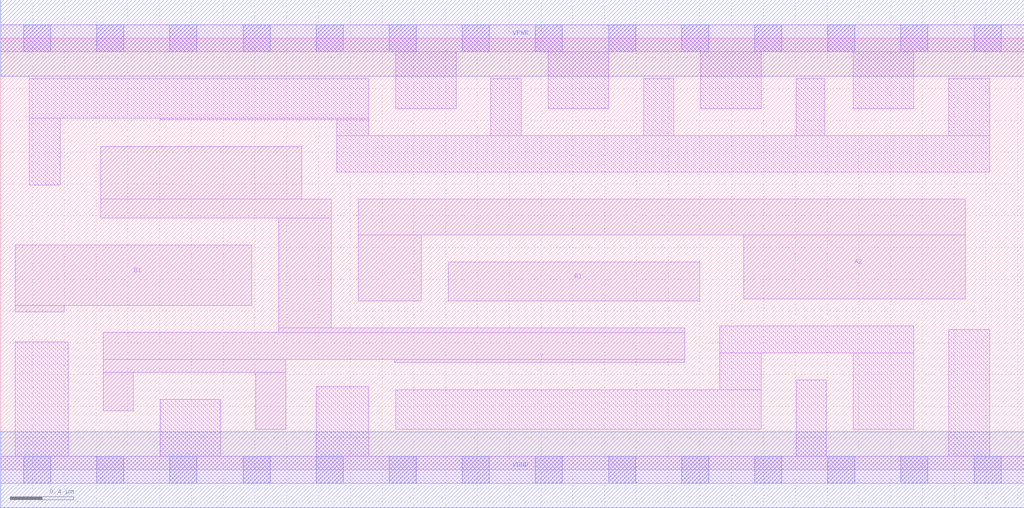
<source format=lef>
# Copyright 2020 The SkyWater PDK Authors
#
# Licensed under the Apache License, Version 2.0 (the "License");
# you may not use this file except in compliance with the License.
# You may obtain a copy of the License at
#
#     https://www.apache.org/licenses/LICENSE-2.0
#
# Unless required by applicable law or agreed to in writing, software
# distributed under the License is distributed on an "AS IS" BASIS,
# WITHOUT WARRANTIES OR CONDITIONS OF ANY KIND, either express or implied.
# See the License for the specific language governing permissions and
# limitations under the License.
#
# SPDX-License-Identifier: Apache-2.0

VERSION 5.7 ;
BUSBITCHARS "[]" ;
DIVIDERCHAR "/" ;
PROPERTYDEFINITIONS
  MACRO maskLayoutSubType STRING ;
  MACRO prCellType STRING ;
  MACRO originalViewName STRING ;
END PROPERTYDEFINITIONS
MACRO sky130_fd_sc_hdll__a21oi_4
  ORIGIN  0.000000  0.000000 ;
  CLASS CORE ;
  SYMMETRY X Y R90 ;
  SIZE  6.440000 BY  2.720000 ;
  SITE unithd ;
  PIN A1
    ANTENNAGATEAREA  1.110000 ;
    DIRECTION INPUT ;
    USE SIGNAL ;
    PORT
      LAYER li1 ;
        RECT 2.815000 1.065000 4.400000 1.310000 ;
    END
  END A1
  PIN A2
    ANTENNAGATEAREA  1.110000 ;
    DIRECTION INPUT ;
    USE SIGNAL ;
    PORT
      LAYER li1 ;
        RECT 2.250000 1.065000 2.645000 1.480000 ;
        RECT 2.250000 1.480000 6.070000 1.705000 ;
        RECT 4.675000 1.075000 6.070000 1.480000 ;
    END
  END A2
  PIN B1
    ANTENNAGATEAREA  1.110000 ;
    DIRECTION INPUT ;
    USE SIGNAL ;
    PORT
      LAYER li1 ;
        RECT 0.090000 0.995000 0.400000 1.035000 ;
        RECT 0.090000 1.035000 1.580000 1.415000 ;
    END
  END B1
  PIN VGND
    DIRECTION INOUT ;
    USE SIGNAL ;
    PORT
      LAYER met1 ;
        RECT 0.000000 -0.240000 6.440000 0.240000 ;
    END
  END VGND
  PIN VPWR
    DIRECTION INOUT ;
    USE SIGNAL ;
    PORT
      LAYER met1 ;
        RECT 0.000000 2.480000 6.440000 2.960000 ;
    END
  END VPWR
  PIN Y
    ANTENNADIFFAREA  1.523000 ;
    DIRECTION OUTPUT ;
    USE SIGNAL ;
    PORT
      LAYER li1 ;
        RECT 0.630000 1.585000 2.080000 1.705000 ;
        RECT 0.630000 1.705000 1.895000 2.035000 ;
        RECT 0.645000 0.370000 0.835000 0.615000 ;
        RECT 0.645000 0.615000 1.795000 0.695000 ;
        RECT 0.645000 0.695000 4.305000 0.865000 ;
        RECT 1.605000 0.255000 1.795000 0.615000 ;
        RECT 1.750000 0.865000 4.305000 0.895000 ;
        RECT 1.750000 0.895000 2.080000 1.585000 ;
        RECT 2.475000 0.675000 4.305000 0.695000 ;
    END
  END Y
  OBS
    LAYER li1 ;
      RECT 0.000000 -0.085000 6.440000 0.085000 ;
      RECT 0.000000  2.635000 6.440000 2.805000 ;
      RECT 0.090000  0.085000 0.425000 0.805000 ;
      RECT 0.180000  1.795000 0.375000 2.215000 ;
      RECT 0.180000  2.215000 2.315000 2.465000 ;
      RECT 1.005000  0.085000 1.385000 0.445000 ;
      RECT 1.005000  2.205000 2.315000 2.215000 ;
      RECT 1.985000  0.085000 2.315000 0.525000 ;
      RECT 2.115000  1.875000 6.225000 2.105000 ;
      RECT 2.115000  2.105000 2.315000 2.205000 ;
      RECT 2.485000  0.255000 4.785000 0.505000 ;
      RECT 2.485000  2.275000 2.865000 2.635000 ;
      RECT 3.085000  2.105000 3.275000 2.465000 ;
      RECT 3.445000  2.275000 3.825000 2.635000 ;
      RECT 4.045000  2.105000 4.235000 2.465000 ;
      RECT 4.405000  2.275000 4.785000 2.635000 ;
      RECT 4.525000  0.505000 4.785000 0.735000 ;
      RECT 4.525000  0.735000 5.745000 0.905000 ;
      RECT 5.005000  0.085000 5.195000 0.565000 ;
      RECT 5.005000  2.105000 5.185000 2.465000 ;
      RECT 5.365000  0.255000 5.745000 0.735000 ;
      RECT 5.365000  2.275000 5.745000 2.635000 ;
      RECT 5.965000  0.085000 6.225000 0.885000 ;
      RECT 5.965000  2.105000 6.225000 2.465000 ;
    LAYER mcon ;
      RECT 0.145000 -0.085000 0.315000 0.085000 ;
      RECT 0.145000  2.635000 0.315000 2.805000 ;
      RECT 0.605000 -0.085000 0.775000 0.085000 ;
      RECT 0.605000  2.635000 0.775000 2.805000 ;
      RECT 1.065000 -0.085000 1.235000 0.085000 ;
      RECT 1.065000  2.635000 1.235000 2.805000 ;
      RECT 1.525000 -0.085000 1.695000 0.085000 ;
      RECT 1.525000  2.635000 1.695000 2.805000 ;
      RECT 1.985000 -0.085000 2.155000 0.085000 ;
      RECT 1.985000  2.635000 2.155000 2.805000 ;
      RECT 2.445000 -0.085000 2.615000 0.085000 ;
      RECT 2.445000  2.635000 2.615000 2.805000 ;
      RECT 2.905000 -0.085000 3.075000 0.085000 ;
      RECT 2.905000  2.635000 3.075000 2.805000 ;
      RECT 3.365000 -0.085000 3.535000 0.085000 ;
      RECT 3.365000  2.635000 3.535000 2.805000 ;
      RECT 3.825000 -0.085000 3.995000 0.085000 ;
      RECT 3.825000  2.635000 3.995000 2.805000 ;
      RECT 4.285000 -0.085000 4.455000 0.085000 ;
      RECT 4.285000  2.635000 4.455000 2.805000 ;
      RECT 4.745000 -0.085000 4.915000 0.085000 ;
      RECT 4.745000  2.635000 4.915000 2.805000 ;
      RECT 5.205000 -0.085000 5.375000 0.085000 ;
      RECT 5.205000  2.635000 5.375000 2.805000 ;
      RECT 5.665000 -0.085000 5.835000 0.085000 ;
      RECT 5.665000  2.635000 5.835000 2.805000 ;
      RECT 6.125000 -0.085000 6.295000 0.085000 ;
      RECT 6.125000  2.635000 6.295000 2.805000 ;
  END
  PROPERTY maskLayoutSubType "abstract" ;
  PROPERTY prCellType "standard" ;
  PROPERTY originalViewName "layout" ;
END sky130_fd_sc_hdll__a21oi_4

</source>
